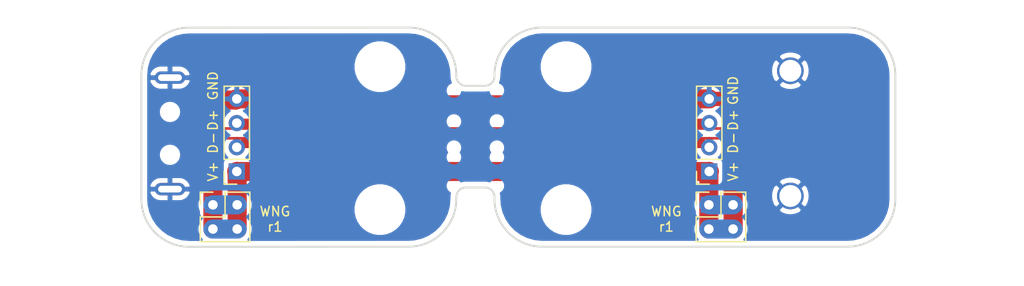
<source format=kicad_pcb>
(kicad_pcb (version 20171130) (host pcbnew 5.1.6-c6e7f7d~86~ubuntu16.04.1)

  (general
    (thickness 1.6)
    (drawings 46)
    (tracks 46)
    (zones 0)
    (modules 20)
    (nets 5)
  )

  (page A4)
  (layers
    (0 F.Cu signal)
    (31 B.Cu signal)
    (32 B.Adhes user)
    (33 F.Adhes user)
    (34 B.Paste user)
    (35 F.Paste user)
    (36 B.SilkS user)
    (37 F.SilkS user)
    (38 B.Mask user)
    (39 F.Mask user)
    (40 Dwgs.User user)
    (41 Cmts.User user)
    (42 Eco1.User user)
    (43 Eco2.User user)
    (44 Edge.Cuts user)
    (45 Margin user)
    (46 B.CrtYd user)
    (47 F.CrtYd user)
    (48 B.Fab user)
    (49 F.Fab user)
  )

  (setup
    (last_trace_width 0.25)
    (user_trace_width 1)
    (user_trace_width 1.5)
    (user_trace_width 2)
    (trace_clearance 0.2)
    (zone_clearance 0.508)
    (zone_45_only no)
    (trace_min 0.2)
    (via_size 0.8)
    (via_drill 0.4)
    (via_min_size 0.4)
    (via_min_drill 0.3)
    (uvia_size 0.3)
    (uvia_drill 0.1)
    (uvias_allowed no)
    (uvia_min_size 0.2)
    (uvia_min_drill 0.1)
    (edge_width 0.05)
    (segment_width 0.2)
    (pcb_text_width 0.3)
    (pcb_text_size 1.5 1.5)
    (mod_edge_width 0.153)
    (mod_text_size 1 1)
    (mod_text_width 0.153)
    (pad_size 4.3 4.3)
    (pad_drill 4.3)
    (pad_to_mask_clearance 0.051)
    (solder_mask_min_width 0.25)
    (aux_axis_origin 0 0)
    (grid_origin 115 106)
    (visible_elements FFFFFF7F)
    (pcbplotparams
      (layerselection 0x010fc_ffffffff)
      (usegerberextensions false)
      (usegerberattributes false)
      (usegerberadvancedattributes false)
      (creategerberjobfile false)
      (excludeedgelayer true)
      (linewidth 0.100000)
      (plotframeref false)
      (viasonmask false)
      (mode 1)
      (useauxorigin false)
      (hpglpennumber 1)
      (hpglpenspeed 20)
      (hpglpendiameter 15.000000)
      (psnegative false)
      (psa4output false)
      (plotreference true)
      (plotvalue true)
      (plotinvisibletext false)
      (padsonsilk false)
      (subtractmaskfromsilk false)
      (outputformat 1)
      (mirror false)
      (drillshape 1)
      (scaleselection 1)
      (outputdirectory ""))
  )

  (net 0 "")
  (net 1 /D+)
  (net 2 /D-)
  (net 3 /GND)
  (net 4 /VBUS)

  (net_class Default "This is the default net class."
    (clearance 0.2)
    (trace_width 0.25)
    (via_dia 0.8)
    (via_drill 0.4)
    (uvia_dia 0.3)
    (uvia_drill 0.1)
    (add_net /GND)
    (add_net /VBUS)
  )

  (net_class USB ""
    (clearance 0.2)
    (trace_width 0.25)
    (via_dia 0.8)
    (via_drill 0.4)
    (uvia_dia 0.3)
    (uvia_drill 0.1)
    (diff_pair_width 0.27)
    (diff_pair_gap 0.76)
    (add_net /D+)
    (add_net /D-)
  )

  (module usb_breakout:0.5MM_hole (layer F.Cu) (tedit 5EBB7C79) (tstamp 5EBBE7DE)
    (at 152.25 99.5)
    (fp_text reference REF** (at 0 0.5) (layer F.SilkS) hide
      (effects (font (size 1 1) (thickness 0.153)))
    )
    (fp_text value 0.5MM_hole (at 0 -0.5) (layer F.Fab) hide
      (effects (font (size 1 1) (thickness 0.15)))
    )
    (pad "" np_thru_hole circle (at 0 0) (size 0.5 0.5) (drill 0.5) (layers *.Cu *.Mask))
  )

  (module usb_breakout:0.5MM_hole (layer F.Cu) (tedit 5EBB7C79) (tstamp 5EBBE7DE)
    (at 152.25 96.5)
    (fp_text reference REF** (at 0 0.5) (layer F.SilkS) hide
      (effects (font (size 1 1) (thickness 0.153)))
    )
    (fp_text value 0.5MM_hole (at 0 -0.5) (layer F.Fab) hide
      (effects (font (size 1 1) (thickness 0.15)))
    )
    (pad "" np_thru_hole circle (at 0 0) (size 0.5 0.5) (drill 0.5) (layers *.Cu *.Mask))
  )

  (module usb_breakout:0.5MM_hole (layer F.Cu) (tedit 5EBB7C79) (tstamp 5EBBE7DE)
    (at 152.25 95.5)
    (fp_text reference REF** (at 0 0.5) (layer F.SilkS) hide
      (effects (font (size 1 1) (thickness 0.153)))
    )
    (fp_text value 0.5MM_hole (at 0 -0.5) (layer F.Fab) hide
      (effects (font (size 1 1) (thickness 0.15)))
    )
    (pad "" np_thru_hole circle (at 0 0) (size 0.5 0.5) (drill 0.5) (layers *.Cu *.Mask))
  )

  (module usb_breakout:0.5MM_hole (layer F.Cu) (tedit 5EBB7C79) (tstamp 5EBBE7DE)
    (at 152.25 92.75)
    (fp_text reference REF** (at 0 0.5) (layer F.SilkS) hide
      (effects (font (size 1 1) (thickness 0.153)))
    )
    (fp_text value 0.5MM_hole (at 0 -0.5) (layer F.Fab) hide
      (effects (font (size 1 1) (thickness 0.15)))
    )
    (pad "" np_thru_hole circle (at 0 0) (size 0.5 0.5) (drill 0.5) (layers *.Cu *.Mask))
  )

  (module usb_breakout:0.5MM_hole (layer F.Cu) (tedit 5EBB7C79) (tstamp 5EBBE7DE)
    (at 152.25 89.5)
    (fp_text reference REF** (at 0 0.5) (layer F.SilkS) hide
      (effects (font (size 1 1) (thickness 0.153)))
    )
    (fp_text value 0.5MM_hole (at 0 -0.5) (layer F.Fab) hide
      (effects (font (size 1 1) (thickness 0.15)))
    )
    (pad "" np_thru_hole circle (at 0 0) (size 0.5 0.5) (drill 0.5) (layers *.Cu *.Mask))
  )

  (module usb_breakout:0.5MM_hole (layer F.Cu) (tedit 5EBB7C79) (tstamp 5EBBE7DE)
    (at 147.75 89.5)
    (fp_text reference REF** (at 0 0.5) (layer F.SilkS) hide
      (effects (font (size 1 1) (thickness 0.153)))
    )
    (fp_text value 0.5MM_hole (at 0 -0.5) (layer F.Fab) hide
      (effects (font (size 1 1) (thickness 0.15)))
    )
    (pad "" np_thru_hole circle (at 0 0) (size 0.5 0.5) (drill 0.5) (layers *.Cu *.Mask))
  )

  (module usb_breakout:0.5MM_hole (layer F.Cu) (tedit 5EBB7C79) (tstamp 5EBBE7DE)
    (at 147.75 92.75)
    (fp_text reference REF** (at 0 0.5) (layer F.SilkS) hide
      (effects (font (size 1 1) (thickness 0.153)))
    )
    (fp_text value 0.5MM_hole (at 0 -0.5) (layer F.Fab) hide
      (effects (font (size 1 1) (thickness 0.15)))
    )
    (pad "" np_thru_hole circle (at 0 0) (size 0.5 0.5) (drill 0.5) (layers *.Cu *.Mask))
  )

  (module usb_breakout:0.5MM_hole (layer F.Cu) (tedit 5EBB7C79) (tstamp 5EBBE7DE)
    (at 147.75 95.5)
    (fp_text reference REF** (at 0 0.5) (layer F.SilkS) hide
      (effects (font (size 1 1) (thickness 0.153)))
    )
    (fp_text value 0.5MM_hole (at 0 -0.5) (layer F.Fab) hide
      (effects (font (size 1 1) (thickness 0.15)))
    )
    (pad "" np_thru_hole circle (at 0 0) (size 0.5 0.5) (drill 0.5) (layers *.Cu *.Mask))
  )

  (module usb_breakout:0.5MM_hole (layer F.Cu) (tedit 5EBB7C79) (tstamp 5EBBE7DE)
    (at 147.75 96.5)
    (fp_text reference REF** (at 0 0.5) (layer F.SilkS) hide
      (effects (font (size 1 1) (thickness 0.153)))
    )
    (fp_text value 0.5MM_hole (at 0 -0.5) (layer F.Fab) hide
      (effects (font (size 1 1) (thickness 0.15)))
    )
    (pad "" np_thru_hole circle (at 0 0) (size 0.5 0.5) (drill 0.5) (layers *.Cu *.Mask))
  )

  (module usb_breakout:0.5MM_hole (layer F.Cu) (tedit 5EBB7C79) (tstamp 5EBBE7D6)
    (at 147.75 99.5)
    (fp_text reference REF** (at 0 0.5) (layer F.SilkS) hide
      (effects (font (size 1 1) (thickness 0.153)))
    )
    (fp_text value 0.5MM_hole (at 0 -0.5) (layer F.Fab) hide
      (effects (font (size 1 1) (thickness 0.15)))
    )
    (pad "" np_thru_hole circle (at 0 0) (size 0.5 0.5) (drill 0.5) (layers *.Cu *.Mask))
  )

  (module MountingHole:MountingHole_4.3mm_M4 (layer F.Cu) (tedit 56D1B4CB) (tstamp 5EB90964)
    (at 140 102)
    (descr "Mounting Hole 4.3mm, no annular, M4")
    (tags "mounting hole 4.3mm no annular m4")
    (path /5EC0F9CA)
    (attr virtual)
    (fp_text reference H2 (at 0 -5.3) (layer F.SilkS) hide
      (effects (font (size 1 1) (thickness 0.153)))
    )
    (fp_text value MountingHole (at 0 5.3) (layer F.Fab)
      (effects (font (size 1 1) (thickness 0.15)))
    )
    (fp_circle (center 0 0) (end 4.55 0) (layer F.CrtYd) (width 0.05))
    (fp_circle (center 0 0) (end 4.3 0) (layer Cmts.User) (width 0.15))
    (fp_text user %R (at 0.3 0) (layer F.Fab)
      (effects (font (size 1 1) (thickness 0.15)))
    )
    (pad 1 np_thru_hole circle (at 0 0) (size 4.3 4.3) (drill 4.3) (layers *.Cu *.Mask))
  )

  (module Connector_PinHeader_2.54mm:PinHeader_2x02_P2.54mm_Vertical (layer F.Cu) (tedit 59FED5CC) (tstamp 5EBBDDEF)
    (at 174.46 101.5)
    (descr "Through hole straight pin header, 2x02, 2.54mm pitch, double rows")
    (tags "Through hole pin header THT 2x02 2.54mm double row")
    (path /5EC15224)
    (fp_text reference J5 (at 1.27 -2.33) (layer F.SilkS) hide
      (effects (font (size 1 1) (thickness 0.153)))
    )
    (fp_text value Conn_02x02_Odd_Even (at 1.27 4.87) (layer F.Fab)
      (effects (font (size 1 1) (thickness 0.15)))
    )
    (fp_line (start 4.35 -1.8) (end -1.8 -1.8) (layer F.CrtYd) (width 0.05))
    (fp_line (start 4.35 4.35) (end 4.35 -1.8) (layer F.CrtYd) (width 0.05))
    (fp_line (start -1.8 4.35) (end 4.35 4.35) (layer F.CrtYd) (width 0.05))
    (fp_line (start -1.8 -1.8) (end -1.8 4.35) (layer F.CrtYd) (width 0.05))
    (fp_line (start -1.33 -1.33) (end 0 -1.33) (layer F.SilkS) (width 0.153))
    (fp_line (start -1.33 0) (end -1.33 -1.33) (layer F.SilkS) (width 0.153))
    (fp_line (start 1.27 -1.33) (end 3.87 -1.33) (layer F.SilkS) (width 0.153))
    (fp_line (start 1.27 1.27) (end 1.27 -1.33) (layer F.SilkS) (width 0.153))
    (fp_line (start -1.33 1.27) (end 1.27 1.27) (layer F.SilkS) (width 0.153))
    (fp_line (start 3.87 -1.33) (end 3.87 3.87) (layer F.SilkS) (width 0.153))
    (fp_line (start -1.33 1.27) (end -1.33 3.87) (layer F.SilkS) (width 0.153))
    (fp_line (start -1.33 3.87) (end 3.87 3.87) (layer F.SilkS) (width 0.153))
    (fp_line (start -1.27 0) (end 0 -1.27) (layer F.Fab) (width 0.1))
    (fp_line (start -1.27 3.81) (end -1.27 0) (layer F.Fab) (width 0.1))
    (fp_line (start 3.81 3.81) (end -1.27 3.81) (layer F.Fab) (width 0.1))
    (fp_line (start 3.81 -1.27) (end 3.81 3.81) (layer F.Fab) (width 0.1))
    (fp_line (start 0 -1.27) (end 3.81 -1.27) (layer F.Fab) (width 0.1))
    (fp_text user %R (at 1.27 1.27 90) (layer F.Fab)
      (effects (font (size 1 1) (thickness 0.15)))
    )
    (pad 4 thru_hole oval (at 2.54 2.54) (size 1.7 1.7) (drill 1) (layers *.Cu *.Mask)
      (net 4 /VBUS))
    (pad 3 thru_hole oval (at 0 2.54) (size 1.7 1.7) (drill 1) (layers *.Cu *.Mask)
      (net 4 /VBUS))
    (pad 2 thru_hole oval (at 2.54 0) (size 1.7 1.7) (drill 1) (layers *.Cu *.Mask)
      (net 4 /VBUS))
    (pad 1 thru_hole rect (at 0 0) (size 1.7 1.7) (drill 1) (layers *.Cu *.Mask)
      (net 4 /VBUS))
    (model ${KISYS3DMOD}/Connector_PinHeader_2.54mm.3dshapes/PinHeader_2x02_P2.54mm_Vertical.wrl
      (at (xyz 0 0 0))
      (scale (xyz 1 1 1))
      (rotate (xyz 0 0 0))
    )
  )

  (module MountingHole:MountingHole_4.3mm_M4 (layer F.Cu) (tedit 56D1B4CB) (tstamp 5EBBDED9)
    (at 159.5 102)
    (descr "Mounting Hole 4.3mm, no annular, M4")
    (tags "mounting hole 4.3mm no annular m4")
    (path /5EC0FD77)
    (attr virtual)
    (fp_text reference H4 (at 0 -5.3) (layer F.SilkS) hide
      (effects (font (size 1 1) (thickness 0.153)))
    )
    (fp_text value MountingHole (at 0 5.3) (layer F.Fab)
      (effects (font (size 1 1) (thickness 0.15)))
    )
    (fp_circle (center 0 0) (end 4.55 0) (layer F.CrtYd) (width 0.05))
    (fp_circle (center 0 0) (end 4.3 0) (layer Cmts.User) (width 0.15))
    (fp_text user %R (at 0.3 0) (layer F.Fab)
      (effects (font (size 1 1) (thickness 0.15)))
    )
    (pad 1 np_thru_hole circle (at 0 0) (size 4.3 4.3) (drill 4.3) (layers *.Cu *.Mask))
  )

  (module MountingHole:MountingHole_4.3mm_M4 (layer F.Cu) (tedit 56D1B4CB) (tstamp 5EBBDEEE)
    (at 159.5 87)
    (descr "Mounting Hole 4.3mm, no annular, M4")
    (tags "mounting hole 4.3mm no annular m4")
    (path /5EC0FBB5)
    (attr virtual)
    (fp_text reference H3 (at 0 -5.3) (layer F.SilkS) hide
      (effects (font (size 1 1) (thickness 0.153)))
    )
    (fp_text value MountingHole (at 0 5.3) (layer F.Fab)
      (effects (font (size 1 1) (thickness 0.15)))
    )
    (fp_circle (center 0 0) (end 4.55 0) (layer F.CrtYd) (width 0.05))
    (fp_circle (center 0 0) (end 4.3 0) (layer Cmts.User) (width 0.15))
    (fp_text user %R (at 0.3 0) (layer F.Fab)
      (effects (font (size 1 1) (thickness 0.15)))
    )
    (pad 1 np_thru_hole circle (at 0 0) (size 4.3 4.3) (drill 4.3) (layers *.Cu *.Mask))
  )

  (module MountingHole:MountingHole_4.3mm_M4 (layer F.Cu) (tedit 56D1B4CB) (tstamp 5EBB75FE)
    (at 140 87)
    (descr "Mounting Hole 4.3mm, no annular, M4")
    (tags "mounting hole 4.3mm no annular m4")
    (path /5EC0EFF2)
    (attr virtual)
    (fp_text reference H1 (at 0 -5.3) (layer F.SilkS) hide
      (effects (font (size 1 1) (thickness 0.153)))
    )
    (fp_text value MountingHole (at 0 5.3) (layer F.Fab)
      (effects (font (size 1 1) (thickness 0.15)))
    )
    (fp_circle (center 0 0) (end 4.55 0) (layer F.CrtYd) (width 0.05))
    (fp_circle (center 0 0) (end 4.3 0) (layer Cmts.User) (width 0.15))
    (fp_text user %R (at 0.3 0) (layer F.Fab)
      (effects (font (size 1 1) (thickness 0.15)))
    )
    (pad 1 np_thru_hole circle (at 0 0) (size 4.3 4.3) (drill 4.3) (layers *.Cu *.Mask))
  )

  (module Connector_PinHeader_2.54mm:PinHeader_2x02_P2.54mm_Vertical (layer F.Cu) (tedit 59FED5CC) (tstamp 5EB8F692)
    (at 122.5 101.5)
    (descr "Through hole straight pin header, 2x02, 2.54mm pitch, double rows")
    (tags "Through hole pin header THT 2x02 2.54mm double row")
    (path /5EC03DE4)
    (fp_text reference J2 (at -3.55 0.35) (layer F.SilkS) hide
      (effects (font (size 1 1) (thickness 0.153)))
    )
    (fp_text value Conn_02x02_Odd_Even (at 1.27 4.87) (layer F.Fab)
      (effects (font (size 1 1) (thickness 0.15)))
    )
    (fp_line (start 4.35 -1.8) (end -1.8 -1.8) (layer F.CrtYd) (width 0.05))
    (fp_line (start 4.35 4.35) (end 4.35 -1.8) (layer F.CrtYd) (width 0.05))
    (fp_line (start -1.8 4.35) (end 4.35 4.35) (layer F.CrtYd) (width 0.05))
    (fp_line (start -1.8 -1.8) (end -1.8 4.35) (layer F.CrtYd) (width 0.05))
    (fp_line (start -1.33 -1.33) (end 0 -1.33) (layer F.SilkS) (width 0.153))
    (fp_line (start -1.33 0) (end -1.33 -1.33) (layer F.SilkS) (width 0.153))
    (fp_line (start 1.27 -1.33) (end 3.87 -1.33) (layer F.SilkS) (width 0.153))
    (fp_line (start 1.27 1.27) (end 1.27 -1.33) (layer F.SilkS) (width 0.153))
    (fp_line (start -1.33 1.27) (end 1.27 1.27) (layer F.SilkS) (width 0.153))
    (fp_line (start 3.87 -1.33) (end 3.87 3.87) (layer F.SilkS) (width 0.153))
    (fp_line (start -1.33 1.27) (end -1.33 3.87) (layer F.SilkS) (width 0.153))
    (fp_line (start -1.33 3.87) (end 3.87 3.87) (layer F.SilkS) (width 0.153))
    (fp_line (start -1.27 0) (end 0 -1.27) (layer F.Fab) (width 0.1))
    (fp_line (start -1.27 3.81) (end -1.27 0) (layer F.Fab) (width 0.1))
    (fp_line (start 3.81 3.81) (end -1.27 3.81) (layer F.Fab) (width 0.1))
    (fp_line (start 3.81 -1.27) (end 3.81 3.81) (layer F.Fab) (width 0.1))
    (fp_line (start 0 -1.27) (end 3.81 -1.27) (layer F.Fab) (width 0.1))
    (fp_text user %R (at 1.27 1.27 90) (layer F.Fab)
      (effects (font (size 1 1) (thickness 0.15)))
    )
    (pad 4 thru_hole oval (at 2.54 2.54) (size 1.7 1.7) (drill 1) (layers *.Cu *.Mask)
      (net 4 /VBUS))
    (pad 3 thru_hole oval (at 0 2.54) (size 1.7 1.7) (drill 1) (layers *.Cu *.Mask)
      (net 4 /VBUS))
    (pad 2 thru_hole oval (at 2.54 0) (size 1.7 1.7) (drill 1) (layers *.Cu *.Mask)
      (net 4 /VBUS))
    (pad 1 thru_hole rect (at 0 0) (size 1.7 1.7) (drill 1) (layers *.Cu *.Mask)
      (net 4 /VBUS))
    (model ${KISYS3DMOD}/Connector_PinHeader_2.54mm.3dshapes/PinHeader_2x02_P2.54mm_Vertical.wrl
      (at (xyz 0 0 0))
      (scale (xyz 1 1 1))
      (rotate (xyz 0 0 0))
    )
  )

  (module wng-connectors:Amphenol_87583-2010RLF_USB-A-Female (layer F.Cu) (tedit 5EB8EC3F) (tstamp 5EBBDE61)
    (at 183 94 90)
    (path /5EB3FF74)
    (fp_text reference J8 (at 9.5 -6.5 90) (layer F.SilkS) hide
      (effects (font (size 1 1) (thickness 0.153)))
    )
    (fp_text value USB_A (at 0.9 6.3 90) (layer F.Fab)
      (effects (font (size 1 1) (thickness 0.15)))
    )
    (fp_line (start -7.25 10.28) (end -7.25 -5) (layer F.CrtYd) (width 0.12))
    (fp_line (start 7.25 10.28) (end -7.25 10.28) (layer F.CrtYd) (width 0.12))
    (fp_line (start 7.25 -5) (end 7.25 10.28) (layer F.CrtYd) (width 0.12))
    (fp_line (start -7.25 -5) (end 7.25 -5) (layer F.CrtYd) (width 0.12))
    (pad 5 thru_hole circle (at 6.57 0 90) (size 2.8 2.8) (drill 2.3) (layers *.Cu *.Mask)
      (net 3 /GND))
    (pad 5 thru_hole circle (at -6.57 0 90) (size 2.8 2.8) (drill 2.3) (layers *.Cu *.Mask)
      (net 3 /GND))
    (pad 4 connect rect (at 3.5 -3.58 90) (size 1.12 2.88) (layers F.Cu F.Mask)
      (net 3 /GND))
    (pad 3 connect rect (at 1 -3.58 90) (size 1.12 2.88) (layers F.Cu F.Mask)
      (net 1 /D+))
    (pad 2 connect rect (at -1 -3.58 90) (size 1.12 2.88) (layers F.Cu F.Mask)
      (net 2 /D-))
    (pad 1 connect rect (at -3.5 -3.58 90) (size 1.12 2.88) (layers F.Cu F.Mask)
      (net 4 /VBUS))
    (model ${KICAD_USER_LIB}/3D-models/connectors/Amphenol_87583-2010RLF_USB-A-Female/87583-2010RLFC.wrl
      (at (xyz 0 0 0))
      (scale (xyz 1 1 1))
      (rotate (xyz 0 0 0))
    )
  )

  (module Connector_PinSocket_2.54mm:PinSocket_1x04_P2.54mm_Vertical (layer F.Cu) (tedit 5A19A429) (tstamp 5EBBDEA4)
    (at 174.5 98 180)
    (descr "Through hole straight socket strip, 1x04, 2.54mm pitch, single row (from Kicad 4.0.7), script generated")
    (tags "Through hole socket strip THT 1x04 2.54mm single row")
    (path /5EBF7420)
    (fp_text reference J4 (at 0 -2.77) (layer F.SilkS) hide
      (effects (font (size 1 1) (thickness 0.153)))
    )
    (fp_text value Conn_01x04 (at 0 10.39) (layer F.Fab)
      (effects (font (size 1 1) (thickness 0.15)))
    )
    (fp_line (start -1.8 9.4) (end -1.8 -1.8) (layer F.CrtYd) (width 0.05))
    (fp_line (start 1.75 9.4) (end -1.8 9.4) (layer F.CrtYd) (width 0.05))
    (fp_line (start 1.75 -1.8) (end 1.75 9.4) (layer F.CrtYd) (width 0.05))
    (fp_line (start -1.8 -1.8) (end 1.75 -1.8) (layer F.CrtYd) (width 0.05))
    (fp_line (start 0 -1.33) (end 1.33 -1.33) (layer F.SilkS) (width 0.153))
    (fp_line (start 1.33 -1.33) (end 1.33 0) (layer F.SilkS) (width 0.153))
    (fp_line (start 1.33 1.27) (end 1.33 8.95) (layer F.SilkS) (width 0.153))
    (fp_line (start -1.33 8.95) (end 1.33 8.95) (layer F.SilkS) (width 0.153))
    (fp_line (start -1.33 1.27) (end -1.33 8.95) (layer F.SilkS) (width 0.153))
    (fp_line (start -1.33 1.27) (end 1.33 1.27) (layer F.SilkS) (width 0.153))
    (fp_line (start -1.27 8.89) (end -1.27 -1.27) (layer F.Fab) (width 0.1))
    (fp_line (start 1.27 8.89) (end -1.27 8.89) (layer F.Fab) (width 0.1))
    (fp_line (start 1.27 -0.635) (end 1.27 8.89) (layer F.Fab) (width 0.1))
    (fp_line (start 0.635 -1.27) (end 1.27 -0.635) (layer F.Fab) (width 0.1))
    (fp_line (start -1.27 -1.27) (end 0.635 -1.27) (layer F.Fab) (width 0.1))
    (fp_text user %R (at 0 3.81 90) (layer F.Fab)
      (effects (font (size 1 1) (thickness 0.15)))
    )
    (pad 4 thru_hole oval (at 0 7.62 180) (size 1.7 1.7) (drill 1) (layers *.Cu *.Mask)
      (net 3 /GND))
    (pad 3 thru_hole oval (at 0 5.08 180) (size 1.7 1.7) (drill 1) (layers *.Cu *.Mask)
      (net 1 /D+))
    (pad 2 thru_hole oval (at 0 2.54 180) (size 1.7 1.7) (drill 1) (layers *.Cu *.Mask)
      (net 2 /D-))
    (pad 1 thru_hole rect (at 0 0 180) (size 1.7 1.7) (drill 1) (layers *.Cu *.Mask)
      (net 4 /VBUS))
    (model ${KISYS3DMOD}/Connector_PinSocket_2.54mm.3dshapes/PinSocket_1x04_P2.54mm_Vertical.wrl
      (at (xyz 0 0 0))
      (scale (xyz 1 1 1))
      (rotate (xyz 0 0 0))
    )
  )

  (module Connector_PinSocket_2.54mm:PinSocket_1x04_P2.54mm_Vertical (layer F.Cu) (tedit 5A19A429) (tstamp 5EBBE702)
    (at 125 98 180)
    (descr "Through hole straight socket strip, 1x04, 2.54mm pitch, single row (from Kicad 4.0.7), script generated")
    (tags "Through hole socket strip THT 1x04 2.54mm single row")
    (path /5EBF3979)
    (fp_text reference J3 (at -0.85 -3.77) (layer F.SilkS) hide
      (effects (font (size 1 1) (thickness 0.153)))
    )
    (fp_text value Conn_01x04 (at 0 10.39) (layer F.Fab)
      (effects (font (size 1 1) (thickness 0.15)))
    )
    (fp_line (start -1.8 9.4) (end -1.8 -1.8) (layer F.CrtYd) (width 0.05))
    (fp_line (start 1.75 9.4) (end -1.8 9.4) (layer F.CrtYd) (width 0.05))
    (fp_line (start 1.75 -1.8) (end 1.75 9.4) (layer F.CrtYd) (width 0.05))
    (fp_line (start -1.8 -1.8) (end 1.75 -1.8) (layer F.CrtYd) (width 0.05))
    (fp_line (start 0 -1.33) (end 1.33 -1.33) (layer F.SilkS) (width 0.153))
    (fp_line (start 1.33 -1.33) (end 1.33 0) (layer F.SilkS) (width 0.153))
    (fp_line (start 1.33 1.27) (end 1.33 8.95) (layer F.SilkS) (width 0.153))
    (fp_line (start -1.33 8.95) (end 1.33 8.95) (layer F.SilkS) (width 0.153))
    (fp_line (start -1.33 1.27) (end -1.33 8.95) (layer F.SilkS) (width 0.153))
    (fp_line (start -1.33 1.27) (end 1.33 1.27) (layer F.SilkS) (width 0.153))
    (fp_line (start -1.27 8.89) (end -1.27 -1.27) (layer F.Fab) (width 0.1))
    (fp_line (start 1.27 8.89) (end -1.27 8.89) (layer F.Fab) (width 0.1))
    (fp_line (start 1.27 -0.635) (end 1.27 8.89) (layer F.Fab) (width 0.1))
    (fp_line (start 0.635 -1.27) (end 1.27 -0.635) (layer F.Fab) (width 0.1))
    (fp_line (start -1.27 -1.27) (end 0.635 -1.27) (layer F.Fab) (width 0.1))
    (fp_text user %R (at 0 3.81 90) (layer F.Fab)
      (effects (font (size 1 1) (thickness 0.15)))
    )
    (pad 4 thru_hole oval (at 0 7.62 180) (size 1.7 1.7) (drill 1) (layers *.Cu *.Mask)
      (net 3 /GND))
    (pad 3 thru_hole oval (at 0 5.08 180) (size 1.7 1.7) (drill 1) (layers *.Cu *.Mask)
      (net 1 /D+))
    (pad 2 thru_hole oval (at 0 2.54 180) (size 1.7 1.7) (drill 1) (layers *.Cu *.Mask)
      (net 2 /D-))
    (pad 1 thru_hole rect (at 0 0 180) (size 1.7 1.7) (drill 1) (layers *.Cu *.Mask)
      (net 4 /VBUS))
    (model ${KISYS3DMOD}/Connector_PinSocket_2.54mm.3dshapes/PinSocket_1x04_P2.54mm_Vertical.wrl
      (at (xyz 0 0 0))
      (scale (xyz 1 1 1))
      (rotate (xyz 0 0 0))
    )
  )

  (module wng-connectors:Molex_48037-2200_USB-A (layer F.Cu) (tedit 5EB63E4B) (tstamp 5EB3EF7B)
    (at 118 94 270)
    (path /5EB3F67E)
    (fp_text reference J1 (at -7.65 -2.3 90) (layer F.SilkS) hide
      (effects (font (size 1 1) (thickness 0.153)))
    )
    (fp_text value USB_A (at 10.1 -5.1 90) (layer F.Fab)
      (effects (font (size 1 1) (thickness 0.15)))
    )
    (fp_line (start -0.6 3.5) (end -0.9 3) (layer Cmts.User) (width 0.12))
    (fp_line (start -1.2 3.5) (end -0.6 3.5) (layer Cmts.User) (width 0.12))
    (fp_line (start -0.9 3) (end -1.2 3.5) (layer Cmts.User) (width 0.12))
    (fp_line (start -0.9 4.6) (end -0.9 3) (layer Cmts.User) (width 0.12))
    (fp_line (start 6 -1) (end -6 -1) (layer Dwgs.User) (width 0.12))
    (fp_line (start 6 17.75) (end 6 -1) (layer Dwgs.User) (width 0.12))
    (fp_line (start -6 17.75) (end 6 17.75) (layer Dwgs.User) (width 0.12))
    (fp_line (start -6 -1) (end -6 17.75) (layer Dwgs.User) (width 0.12))
    (fp_line (start -6.5 2.75) (end -6.5 -3.8) (layer F.CrtYd) (width 0.12))
    (fp_line (start 6.5 2.75) (end -6.5 2.75) (layer F.CrtYd) (width 0.12))
    (fp_line (start 6.5 -3.8) (end 6.5 2.75) (layer F.CrtYd) (width 0.12))
    (fp_line (start -6.5 -3.8) (end 6.5 -3.8) (layer F.CrtYd) (width 0.12))
    (fp_line (start -5 2.75) (end 5 2.75) (layer Dwgs.User) (width 0.12))
    (fp_text user "Board Edge" (at -0.3 5.4 90) (layer Cmts.User)
      (effects (font (size 1 1) (thickness 0.15)))
    )
    (pad 5 thru_hole oval (at -5.85 0 270) (size 1.3 3.2) (drill oval 0.7 2.5) (layers *.Cu *.Mask)
      (net 3 /GND))
    (pad 5 thru_hole oval (at 5.85 0 270) (size 1.3 3.2) (drill oval 0.7 2.5) (layers *.Cu *.Mask)
      (net 3 /GND))
    (pad "" np_thru_hole circle (at -2.25 0 270) (size 1.1 1.1) (drill 1.1) (layers *.Mask F.Cu))
    (pad "" np_thru_hole circle (at 2.25 0 270) (size 1.1 1.1) (drill 1.1) (layers *.Cu *.Mask))
    (pad 4 connect rect (at -3.5 -2.6 270) (size 1.2 2) (layers F.Cu F.Mask)
      (net 3 /GND))
    (pad 3 connect rect (at -1 -2.6 270) (size 1.2 2) (layers F.Cu F.Mask)
      (net 1 /D+))
    (pad 2 connect rect (at 1 -2.6 270) (size 1.2 2) (layers F.Cu F.Mask)
      (net 2 /D-))
    (pad 1 connect rect (at 3.5 -2.6 270) (size 1.2 2) (layers F.Cu F.Mask)
      (net 4 /VBUS))
    (model ${KICAD_USER_LIB}/3D-models/connectors/Molex_48037-2200_USB-A/Molex_48037-2200_USB-A.wrl
      (at (xyz 0 0 0))
      (scale (xyz 1 1 1))
      (rotate (xyz 0 0 0))
    )
  )

  (gr_text "WNG\nr1" (at 170 103) (layer F.SilkS) (tstamp 5EBF6DAE)
    (effects (font (size 1 1) (thickness 0.153)))
  )
  (gr_text "WNG\nr1" (at 129 103) (layer F.SilkS)
    (effects (font (size 1 1) (thickness 0.153)))
  )
  (gr_poly (pts (xy 127.5 93.5) (xy 125.5 93.5) (xy 125.5 92.5) (xy 127.5 92.5)) (layer F.Cu) (width 0.1) (tstamp 5EBCCA6D))
  (gr_poly (pts (xy 127.5 95.5) (xy 125.5 95.5) (xy 125.5 94.5) (xy 127.5 94.5)) (layer F.Cu) (width 0.1) (tstamp 5EBCCA6D))
  (gr_poly (pts (xy 127.5 95.5) (xy 125.5 95.5) (xy 125.5 94.5) (xy 127.5 94.5)) (layer F.Mask) (width 0.1) (tstamp 5EBCCA60))
  (gr_poly (pts (xy 127.5 93.5) (xy 125.5 93.5) (xy 125.5 92.5) (xy 127.5 92.5)) (layer F.Mask) (width 0.1) (tstamp 5EBCCA60))
  (gr_poly (pts (xy 174 93.5) (xy 172 93.5) (xy 172 92.5) (xy 174 92.5)) (layer F.Mask) (width 0.1) (tstamp 5EBCCA47))
  (gr_poly (pts (xy 174 95.5) (xy 172 95.5) (xy 172 94.5) (xy 174 94.5)) (layer F.Mask) (width 0.1) (tstamp 5EBCCA47))
  (gr_poly (pts (xy 174 95.5) (xy 172 95.5) (xy 172 94.5) (xy 174 94.5)) (layer F.Cu) (width 0.1) (tstamp 5EBCCA37))
  (gr_poly (pts (xy 174 93.5) (xy 172 93.5) (xy 172 92.5) (xy 174 92.5)) (layer F.Cu) (width 0.1))
  (gr_arc (start 149 88) (end 148 88) (angle -90) (layer Edge.Cuts) (width 0.2))
  (gr_arc (start 151.000001 88) (end 151.000001 89) (angle -90) (layer Edge.Cuts) (width 0.2))
  (gr_line (start 152.000001 100.890492) (end 152.000001 100.663497) (layer Edge.Cuts) (width 0.2))
  (gr_arc (start 143.000001 87.890491) (end 148 87.890491) (angle -90) (layer Edge.Cuts) (width 0.2))
  (gr_line (start 157.000001 82.890492) (end 189.000001 82.890492) (layer Edge.Cuts) (width 0.2))
  (gr_arc (start 157.000001 87.890492) (end 157.000001 82.890492) (angle -90) (layer Edge.Cuts) (width 0.2))
  (gr_line (start 148.984513 99.678034) (end 151.000106 99.678034) (layer Edge.Cuts) (width 0.2))
  (gr_arc (start 149.000001 100.677914) (end 148.984513 99.678034) (angle -89.11258322) (layer Edge.Cuts) (width 0.2))
  (gr_arc (start 120 100.9) (end 115 100.9) (angle -90) (layer Edge.Cuts) (width 0.2))
  (gr_arc (start 151.000106 100.678034) (end 152.000001 100.663497) (angle -89.16709704) (layer Edge.Cuts) (width 0.2))
  (gr_line (start 120 105.9) (end 143.000001 105.890491) (layer Edge.Cuts) (width 0.2))
  (gr_line (start 115 87.9) (end 115 100.9) (layer Edge.Cuts) (width 0.2))
  (gr_line (start 189.000001 105.890491) (end 157.000001 105.890491) (layer Edge.Cuts) (width 0.2))
  (gr_line (start 194.000001 87.890492) (end 194.000001 100.890491) (layer Edge.Cuts) (width 0.2) (tstamp 5EBBDE3A))
  (gr_arc (start 189.000001 100.890491) (end 189.000001 105.890491) (angle -90) (layer Edge.Cuts) (width 0.2) (tstamp 5EBBDE3D))
  (gr_line (start 143.000001 82.890491) (end 120 82.9) (layer Edge.Cuts) (width 0.2))
  (gr_arc (start 143.000001 100.890491) (end 143.000001 105.890491) (angle -90) (layer Edge.Cuts) (width 0.2))
  (gr_arc (start 120 87.9) (end 120 82.9) (angle -90) (layer Edge.Cuts) (width 0.2))
  (gr_line (start 152.000001 88) (end 152.000001 87.890491) (layer Edge.Cuts) (width 0.2))
  (gr_line (start 148.000001 100.890491) (end 148.000001 100.677914) (layer Edge.Cuts) (width 0.2))
  (gr_arc (start 189.000001 87.890492) (end 194.000001 87.890492) (angle -90) (layer Edge.Cuts) (width 0.2) (tstamp 5EBBDE4C))
  (gr_arc (start 157.000001 100.890492) (end 152.000001 100.890492) (angle -90) (layer Edge.Cuts) (width 0.2))
  (gr_line (start 148 88) (end 148 87.890491) (layer Edge.Cuts) (width 0.2))
  (gr_line (start 149 89) (end 151.000001 89) (layer Edge.Cuts) (width 0.2))
  (gr_text D- (at 122.5 95 90) (layer F.SilkS) (tstamp 5EB8FEA8)
    (effects (font (size 1 1) (thickness 0.153)))
  )
  (gr_poly (pts (xy 173.6 98.7) (xy 171 98.7) (xy 171 97.3) (xy 173.6 97.3)) (layer F.Mask) (width 0.1) (tstamp 5EBBDE8B))
  (gr_poly (pts (xy 174 91.1) (xy 171.4 91.1) (xy 171.4 89.7) (xy 174 89.7)) (layer F.Mask) (width 0.1) (tstamp 5EBBDE88))
  (gr_poly (pts (xy 128 98.7) (xy 125.4 98.7) (xy 125.4 97.3) (xy 128 97.3)) (layer F.Mask) (width 0.1) (tstamp 5EB9082D))
  (gr_poly (pts (xy 128 91.1) (xy 125.4 91.1) (xy 125.4 89.7) (xy 128 89.7)) (layer F.Mask) (width 0.1))
  (gr_text GND (at 177 89.5 90) (layer F.SilkS) (tstamp 5EBBDE85)
    (effects (font (size 1 1) (thickness 0.153)))
  )
  (gr_text V+ (at 177 98 90) (layer F.SilkS) (tstamp 5EBBDE82)
    (effects (font (size 1 1) (thickness 0.153)))
  )
  (gr_text D- (at 177 95 90) (layer F.SilkS) (tstamp 5EBBDE7F)
    (effects (font (size 1 1) (thickness 0.153)))
  )
  (gr_text D+ (at 177 92.6 90) (layer F.SilkS) (tstamp 5EBBDE7C)
    (effects (font (size 1 1) (thickness 0.153)))
  )
  (gr_text V+ (at 122.5 98 90) (layer F.SilkS) (tstamp 5EB8FEA5)
    (effects (font (size 1 1) (thickness 0.153)))
  )
  (gr_text GND (at 122.5 89 90) (layer F.SilkS) (tstamp 5EB8FEA2)
    (effects (font (size 1 1) (thickness 0.153)))
  )
  (gr_text D+ (at 122.5 92.6 90) (layer F.SilkS) (tstamp 5EB8FEAB)
    (effects (font (size 1 1) (thickness 0.153)))
  )

  (segment (start 177.259999 93) (end 179.42 93) (width 0.27) (layer F.Cu) (net 1))
  (segment (start 122.100001 93) (end 122.585001 93.485) (width 0.27) (layer F.Cu) (net 1))
  (segment (start 120.6 93) (end 122.100001 93) (width 0.27) (layer F.Cu) (net 1))
  (segment (start 176.774999 93.485) (end 177.259999 93) (width 0.27) (layer F.Cu) (net 1))
  (segment (start 125 92.92) (end 125 93.47) (width 0.25) (layer F.Cu) (net 1))
  (segment (start 125 93.47) (end 124.985 93.485) (width 0.25) (layer F.Cu) (net 1))
  (segment (start 122.585001 93.485) (end 124.985 93.485) (width 0.27) (layer F.Cu) (net 1))
  (segment (start 174.5 93.47) (end 174.515 93.485) (width 0.25) (layer F.Cu) (net 1))
  (segment (start 174.5 92.92) (end 174.5 93.47) (width 0.25) (layer F.Cu) (net 1))
  (segment (start 174.515 93.485) (end 176.774999 93.485) (width 0.27) (layer F.Cu) (net 1))
  (segment (start 124.985 93.485) (end 174.515 93.485) (width 0.27) (layer F.Cu) (net 1))
  (segment (start 176.774999 94.515) (end 177.259999 95) (width 0.27) (layer F.Cu) (net 2))
  (segment (start 177.259999 95) (end 179.42 95) (width 0.27) (layer F.Cu) (net 2))
  (segment (start 122.100001 95) (end 122.585001 94.515) (width 0.27) (layer F.Cu) (net 2))
  (segment (start 120.6 95) (end 122.100001 95) (width 0.27) (layer F.Cu) (net 2))
  (segment (start 125 94.53) (end 125.015 94.515) (width 0.25) (layer F.Cu) (net 2))
  (segment (start 125 95.46) (end 125 94.53) (width 0.25) (layer F.Cu) (net 2))
  (segment (start 122.585001 94.515) (end 125.015 94.515) (width 0.27) (layer F.Cu) (net 2))
  (segment (start 174.5 94.53) (end 174.515 94.515) (width 0.25) (layer F.Cu) (net 2))
  (segment (start 174.5 95.46) (end 174.5 94.53) (width 0.25) (layer F.Cu) (net 2))
  (segment (start 174.515 94.515) (end 176.774999 94.515) (width 0.27) (layer F.Cu) (net 2))
  (segment (start 125.015 94.515) (end 174.515 94.515) (width 0.27) (layer F.Cu) (net 2))
  (segment (start 124.88 90.5) (end 125 90.38) (width 2) (layer F.Cu) (net 3))
  (segment (start 120.6 90.5) (end 124.88 90.5) (width 2) (layer F.Cu) (net 3))
  (segment (start 179.3 90.38) (end 179.42 90.5) (width 1.5) (layer F.Cu) (net 3))
  (segment (start 174.5 90.38) (end 179.3 90.38) (width 1.5) (layer F.Cu) (net 3))
  (segment (start 125 90.38) (end 135.12 90.38) (width 2) (layer F.Cu) (net 3))
  (segment (start 135.12 90.38) (end 135.74 91) (width 2) (layer F.Cu) (net 3))
  (segment (start 164.62 90.38) (end 174.5 90.38) (width 2) (layer F.Cu) (net 3))
  (segment (start 135.74 91) (end 164 91) (width 2) (layer F.Cu) (net 3))
  (segment (start 164 91) (end 164.62 90.38) (width 2) (layer F.Cu) (net 3))
  (segment (start 125 98) (end 174.5 98) (width 2) (layer F.Cu) (net 4))
  (segment (start 177 104.04) (end 174.46 104.04) (width 2) (layer B.Cu) (net 4))
  (segment (start 177 101.5) (end 174.46 101.5) (width 2) (layer B.Cu) (net 4))
  (segment (start 177 101.5) (end 177 104.04) (width 2) (layer F.Cu) (net 4))
  (segment (start 174.46 98.04) (end 174.5 98) (width 2) (layer F.Cu) (net 4))
  (segment (start 174.46 104.04) (end 174.46 98.04) (width 2) (layer F.Cu) (net 4))
  (segment (start 125.04 98.04) (end 125 98) (width 2) (layer F.Cu) (net 4))
  (segment (start 125.04 104.04) (end 125.04 98.04) (width 2) (layer F.Cu) (net 4))
  (segment (start 122.5 99.4) (end 122.5 104.04) (width 2) (layer F.Cu) (net 4))
  (segment (start 120.6 97.5) (end 122.5 99.4) (width 2) (layer F.Cu) (net 4))
  (segment (start 122.5 101.5) (end 125.04 101.5) (width 2) (layer B.Cu) (net 4))
  (segment (start 122.5 104.04) (end 125.04 104.04) (width 2) (layer B.Cu) (net 4))
  (segment (start 179.42 97.5) (end 178.5 97.5) (width 2) (layer F.Cu) (net 4))
  (segment (start 177 99) (end 177 104.04) (width 2) (layer F.Cu) (net 4))
  (segment (start 178.5 97.5) (end 177 99) (width 2) (layer F.Cu) (net 4))

  (zone (net 3) (net_name /GND) (layer B.Cu) (tstamp 0) (hatch edge 0.508)
    (connect_pads (clearance 0.508))
    (min_thickness 0.254)
    (fill yes (arc_segments 32) (thermal_gap 0.508) (thermal_bridge_width 0.508))
    (polygon
      (pts
        (xy 207.5 110) (xy 113 110) (xy 113 80) (xy 207.5 80)
      )
    )
    (filled_polygon
      (pts
        (xy 189.754748 83.695773) (xy 190.485644 83.895723) (xy 191.169576 84.221942) (xy 191.784929 84.664118) (xy 192.31226 85.208281)
        (xy 192.734887 85.837218) (xy 193.039464 86.531062) (xy 193.217716 87.273531) (xy 193.265001 87.917441) (xy 193.265002 100.857749)
        (xy 193.19472 101.645239) (xy 192.99477 102.376134) (xy 192.668551 103.060066) (xy 192.226375 103.675419) (xy 191.682212 104.20275)
        (xy 191.053275 104.625377) (xy 190.35943 104.929955) (xy 189.616962 105.108205) (xy 188.973052 105.155491) (xy 178.199648 105.155491)
        (xy 178.366031 104.952752) (xy 178.517852 104.668715) (xy 178.611343 104.360516) (xy 178.642911 104.04) (xy 178.611343 103.719484)
        (xy 178.517852 103.411285) (xy 178.366031 103.127248) (xy 178.161714 102.878286) (xy 178.029767 102.77) (xy 178.161714 102.661714)
        (xy 178.366031 102.412752) (xy 178.517852 102.128715) (xy 178.559795 101.990447) (xy 181.759158 101.990447) (xy 181.903135 102.29577)
        (xy 182.260892 102.476597) (xy 182.647053 102.584155) (xy 183.046777 102.61431) (xy 183.444704 102.565904) (xy 183.82554 102.440795)
        (xy 184.096865 102.29577) (xy 184.240842 101.990447) (xy 183 100.749605) (xy 181.759158 101.990447) (xy 178.559795 101.990447)
        (xy 178.611343 101.820516) (xy 178.642911 101.5) (xy 178.611343 101.179484) (xy 178.517852 100.871285) (xy 178.381815 100.616777)
        (xy 180.95569 100.616777) (xy 181.004096 101.014704) (xy 181.129205 101.39554) (xy 181.27423 101.666865) (xy 181.579553 101.810842)
        (xy 182.820395 100.57) (xy 183.179605 100.57) (xy 184.420447 101.810842) (xy 184.72577 101.666865) (xy 184.906597 101.309108)
        (xy 185.014155 100.922947) (xy 185.04431 100.523223) (xy 184.995904 100.125296) (xy 184.870795 99.74446) (xy 184.72577 99.473135)
        (xy 184.420447 99.329158) (xy 183.179605 100.57) (xy 182.820395 100.57) (xy 181.579553 99.329158) (xy 181.27423 99.473135)
        (xy 181.093403 99.830892) (xy 180.985845 100.217053) (xy 180.95569 100.616777) (xy 178.381815 100.616777) (xy 178.366031 100.587248)
        (xy 178.161714 100.338286) (xy 177.912752 100.133969) (xy 177.628715 99.982148) (xy 177.320516 99.888657) (xy 177.080322 99.865)
        (xy 174.379678 99.865) (xy 174.139484 99.888657) (xy 173.831285 99.982148) (xy 173.775571 100.011928) (xy 173.61 100.011928)
        (xy 173.485518 100.024188) (xy 173.36582 100.060498) (xy 173.255506 100.119463) (xy 173.158815 100.198815) (xy 173.079463 100.295506)
        (xy 173.020498 100.40582) (xy 172.984188 100.525518) (xy 172.971928 100.65) (xy 172.971928 100.815571) (xy 172.942148 100.871285)
        (xy 172.848657 101.179484) (xy 172.817089 101.5) (xy 172.848657 101.820516) (xy 172.942148 102.128715) (xy 172.971928 102.184429)
        (xy 172.971928 102.35) (xy 172.984188 102.474482) (xy 173.020498 102.59418) (xy 173.079463 102.704494) (xy 173.158815 102.801185)
        (xy 173.255506 102.880537) (xy 173.283958 102.895745) (xy 173.093969 103.127248) (xy 172.942148 103.411285) (xy 172.848657 103.719484)
        (xy 172.817089 104.04) (xy 172.848657 104.360516) (xy 172.942148 104.668715) (xy 173.093969 104.952752) (xy 173.260352 105.155491)
        (xy 157.032721 105.155491) (xy 156.245253 105.085211) (xy 155.514358 104.885261) (xy 154.830426 104.559042) (xy 154.215073 104.116866)
        (xy 153.687742 103.572703) (xy 153.265115 102.943766) (xy 152.960537 102.249921) (xy 152.834684 101.725701) (xy 156.715 101.725701)
        (xy 156.715 102.274299) (xy 156.822026 102.812354) (xy 157.031965 103.319192) (xy 157.33675 103.775334) (xy 157.724666 104.16325)
        (xy 158.180808 104.468035) (xy 158.687646 104.677974) (xy 159.225701 104.785) (xy 159.774299 104.785) (xy 160.312354 104.677974)
        (xy 160.819192 104.468035) (xy 161.275334 104.16325) (xy 161.66325 103.775334) (xy 161.968035 103.319192) (xy 162.177974 102.812354)
        (xy 162.285 102.274299) (xy 162.285 101.725701) (xy 162.177974 101.187646) (xy 161.968035 100.680808) (xy 161.66325 100.224666)
        (xy 161.275334 99.83675) (xy 160.819192 99.531965) (xy 160.312354 99.322026) (xy 159.774299 99.215) (xy 159.225701 99.215)
        (xy 158.687646 99.322026) (xy 158.180808 99.531965) (xy 157.724666 99.83675) (xy 157.33675 100.224666) (xy 157.031965 100.680808)
        (xy 156.822026 101.187646) (xy 156.715 101.725701) (xy 152.834684 101.725701) (xy 152.782287 101.507453) (xy 152.735001 100.863543)
        (xy 152.735001 100.627393) (xy 152.724366 100.519413) (xy 152.723255 100.51575) (xy 152.71036 100.397366) (xy 152.697 100.333505)
        (xy 152.685529 100.27337) (xy 152.814155 100.187424) (xy 152.937424 100.064155) (xy 153.034277 99.919205) (xy 153.10099 99.758145)
        (xy 153.135 99.587165) (xy 153.135 99.412835) (xy 153.10099 99.241855) (xy 153.034277 99.080795) (xy 152.937424 98.935845)
        (xy 152.814155 98.812576) (xy 152.669205 98.715723) (xy 152.508145 98.64901) (xy 152.337165 98.615) (xy 152.162835 98.615)
        (xy 151.991855 98.64901) (xy 151.830795 98.715723) (xy 151.685845 98.812576) (xy 151.562576 98.935845) (xy 151.504394 99.02292)
        (xy 151.406778 98.993448) (xy 151.34141 98.980505) (xy 151.276269 98.966659) (xy 151.266063 98.965586) (xy 151.071829 98.946541)
        (xy 151.071819 98.946541) (xy 151.036211 98.943034) (xy 148.948408 98.943034) (xy 148.840428 98.953669) (xy 148.836596 98.954831)
        (xy 148.718985 98.967699) (xy 148.655295 98.981055) (xy 148.591403 98.993243) (xy 148.581578 98.996209) (xy 148.495552 99.022839)
        (xy 148.437424 98.935845) (xy 148.314155 98.812576) (xy 148.169205 98.715723) (xy 148.008145 98.64901) (xy 147.837165 98.615)
        (xy 147.662835 98.615) (xy 147.491855 98.64901) (xy 147.330795 98.715723) (xy 147.185845 98.812576) (xy 147.062576 98.935845)
        (xy 146.965723 99.080795) (xy 146.89901 99.241855) (xy 146.865 99.412835) (xy 146.865 99.587165) (xy 146.89901 99.758145)
        (xy 146.965723 99.919205) (xy 147.062576 100.064155) (xy 147.185845 100.187424) (xy 147.314934 100.273679) (xy 147.302468 100.336634)
        (xy 147.288627 100.40175) (xy 147.287554 100.411956) (xy 147.268509 100.60619) (xy 147.265001 100.641809) (xy 147.265001 100.85776)
        (xy 147.19472 101.645239) (xy 146.99477 102.376134) (xy 146.668551 103.060066) (xy 146.226375 103.675419) (xy 145.682212 104.20275)
        (xy 145.053275 104.625377) (xy 144.35943 104.929955) (xy 143.616962 105.108205) (xy 142.972888 105.155503) (xy 126.233959 105.162423)
        (xy 126.406031 104.952752) (xy 126.557852 104.668715) (xy 126.651343 104.360516) (xy 126.682911 104.04) (xy 126.651343 103.719484)
        (xy 126.557852 103.411285) (xy 126.406031 103.127248) (xy 126.201714 102.878286) (xy 126.069767 102.77) (xy 126.201714 102.661714)
        (xy 126.406031 102.412752) (xy 126.557852 102.128715) (xy 126.651343 101.820516) (xy 126.660681 101.725701) (xy 137.215 101.725701)
        (xy 137.215 102.274299) (xy 137.322026 102.812354) (xy 137.531965 103.319192) (xy 137.83675 103.775334) (xy 138.224666 104.16325)
        (xy 138.680808 104.468035) (xy 139.187646 104.677974) (xy 139.725701 104.785) (xy 140.274299 104.785) (xy 140.812354 104.677974)
        (xy 141.319192 104.468035) (xy 141.775334 104.16325) (xy 142.16325 103.775334) (xy 142.468035 103.319192) (xy 142.677974 102.812354)
        (xy 142.785 102.274299) (xy 142.785 101.725701) (xy 142.677974 101.187646) (xy 142.468035 100.680808) (xy 142.16325 100.224666)
        (xy 141.775334 99.83675) (xy 141.319192 99.531965) (xy 140.812354 99.322026) (xy 140.274299 99.215) (xy 139.725701 99.215)
        (xy 139.187646 99.322026) (xy 138.680808 99.531965) (xy 138.224666 99.83675) (xy 137.83675 100.224666) (xy 137.531965 100.680808)
        (xy 137.322026 101.187646) (xy 137.215 101.725701) (xy 126.660681 101.725701) (xy 126.682911 101.5) (xy 126.651343 101.179484)
        (xy 126.557852 100.871285) (xy 126.406031 100.587248) (xy 126.201714 100.338286) (xy 125.952752 100.133969) (xy 125.668715 99.982148)
        (xy 125.360516 99.888657) (xy 125.120322 99.865) (xy 122.419678 99.865) (xy 122.179484 99.888657) (xy 121.871285 99.982148)
        (xy 121.815571 100.011928) (xy 121.65 100.011928) (xy 121.525518 100.024188) (xy 121.40582 100.060498) (xy 121.295506 100.119463)
        (xy 121.198815 100.198815) (xy 121.119463 100.295506) (xy 121.060498 100.40582) (xy 121.024188 100.525518) (xy 121.011928 100.65)
        (xy 121.011928 100.815571) (xy 120.982148 100.871285) (xy 120.888657 101.179484) (xy 120.857089 101.5) (xy 120.888657 101.820516)
        (xy 120.982148 102.128715) (xy 121.011928 102.184429) (xy 121.011928 102.35) (xy 121.024188 102.474482) (xy 121.060498 102.59418)
        (xy 121.119463 102.704494) (xy 121.198815 102.801185) (xy 121.295506 102.880537) (xy 121.323958 102.895745) (xy 121.133969 103.127248)
        (xy 120.982148 103.411285) (xy 120.888657 103.719484) (xy 120.857089 104.04) (xy 120.888657 104.360516) (xy 120.982148 104.668715)
        (xy 121.133969 104.952752) (xy 121.307712 105.164459) (xy 120.03258 105.164986) (xy 119.245252 105.094719) (xy 118.514357 104.894769)
        (xy 117.830425 104.56855) (xy 117.215072 104.126374) (xy 116.687741 103.582211) (xy 116.265114 102.953274) (xy 115.960536 102.259429)
        (xy 115.782286 101.516961) (xy 115.735 100.873051) (xy 115.735 100.175471) (xy 115.806901 100.175471) (xy 115.814213 100.224415)
        (xy 115.911003 100.458311) (xy 116.051564 100.66883) (xy 116.230495 100.847882) (xy 116.440919 100.988585) (xy 116.674749 101.085533)
        (xy 116.923 101.135) (xy 117.873 101.135) (xy 117.873 99.977) (xy 118.127 99.977) (xy 118.127 101.135)
        (xy 119.077 101.135) (xy 119.325251 101.085533) (xy 119.559081 100.988585) (xy 119.769505 100.847882) (xy 119.948436 100.66883)
        (xy 120.088997 100.458311) (xy 120.185787 100.224415) (xy 120.193099 100.175471) (xy 120.069067 99.977) (xy 118.127 99.977)
        (xy 117.873 99.977) (xy 115.930933 99.977) (xy 115.806901 100.175471) (xy 115.735 100.175471) (xy 115.735 99.524529)
        (xy 115.806901 99.524529) (xy 115.930933 99.723) (xy 117.873 99.723) (xy 117.873 98.565) (xy 118.127 98.565)
        (xy 118.127 99.723) (xy 120.069067 99.723) (xy 120.193099 99.524529) (xy 120.185787 99.475585) (xy 120.088997 99.241689)
        (xy 119.948436 99.03117) (xy 119.769505 98.852118) (xy 119.559081 98.711415) (xy 119.325251 98.614467) (xy 119.077 98.565)
        (xy 118.127 98.565) (xy 117.873 98.565) (xy 116.923 98.565) (xy 116.674749 98.614467) (xy 116.440919 98.711415)
        (xy 116.230495 98.852118) (xy 116.051564 99.03117) (xy 115.911003 99.241689) (xy 115.814213 99.475585) (xy 115.806901 99.524529)
        (xy 115.735 99.524529) (xy 115.735 96.133288) (xy 116.815 96.133288) (xy 116.815 96.366712) (xy 116.860539 96.595652)
        (xy 116.949866 96.811308) (xy 117.07955 97.005394) (xy 117.244606 97.17045) (xy 117.438692 97.300134) (xy 117.654348 97.389461)
        (xy 117.883288 97.435) (xy 118.116712 97.435) (xy 118.345652 97.389461) (xy 118.561308 97.300134) (xy 118.755394 97.17045)
        (xy 118.775844 97.15) (xy 123.511928 97.15) (xy 123.511928 98.85) (xy 123.524188 98.974482) (xy 123.560498 99.09418)
        (xy 123.619463 99.204494) (xy 123.698815 99.301185) (xy 123.795506 99.380537) (xy 123.90582 99.439502) (xy 124.025518 99.475812)
        (xy 124.15 99.488072) (xy 125.85 99.488072) (xy 125.974482 99.475812) (xy 126.09418 99.439502) (xy 126.204494 99.380537)
        (xy 126.301185 99.301185) (xy 126.380537 99.204494) (xy 126.439502 99.09418) (xy 126.475812 98.974482) (xy 126.488072 98.85)
        (xy 126.488072 97.15) (xy 126.475812 97.025518) (xy 126.439502 96.90582) (xy 126.380537 96.795506) (xy 126.301185 96.698815)
        (xy 126.204494 96.619463) (xy 126.09418 96.560498) (xy 126.02162 96.538487) (xy 126.153475 96.406632) (xy 126.31599 96.163411)
        (xy 126.427932 95.893158) (xy 126.485 95.60626) (xy 126.485 95.412835) (xy 146.865 95.412835) (xy 146.865 95.587165)
        (xy 146.89901 95.758145) (xy 146.965723 95.919205) (xy 147.019709 96) (xy 146.965723 96.080795) (xy 146.89901 96.241855)
        (xy 146.865 96.412835) (xy 146.865 96.587165) (xy 146.89901 96.758145) (xy 146.965723 96.919205) (xy 147.062576 97.064155)
        (xy 147.185845 97.187424) (xy 147.330795 97.284277) (xy 147.491855 97.35099) (xy 147.662835 97.385) (xy 147.837165 97.385)
        (xy 148.008145 97.35099) (xy 148.169205 97.284277) (xy 148.314155 97.187424) (xy 148.437424 97.064155) (xy 148.534277 96.919205)
        (xy 148.60099 96.758145) (xy 148.635 96.587165) (xy 148.635 96.412835) (xy 148.60099 96.241855) (xy 148.534277 96.080795)
        (xy 148.480291 96) (xy 148.534277 95.919205) (xy 148.60099 95.758145) (xy 148.635 95.587165) (xy 148.635 95.412835)
        (xy 151.365 95.412835) (xy 151.365 95.587165) (xy 151.39901 95.758145) (xy 151.465723 95.919205) (xy 151.519709 96)
        (xy 151.465723 96.080795) (xy 151.39901 96.241855) (xy 151.365 96.412835) (xy 151.365 96.587165) (xy 151.39901 96.758145)
        (xy 151.465723 96.919205) (xy 151.562576 97.064155) (xy 151.685845 97.187424) (xy 151.830795 97.284277) (xy 151.991855 97.35099)
        (xy 152.162835 97.385) (xy 152.337165 97.385) (xy 152.508145 97.35099) (xy 152.669205 97.284277) (xy 152.814155 97.187424)
        (xy 152.851579 97.15) (xy 173.011928 97.15) (xy 173.011928 98.85) (xy 173.024188 98.974482) (xy 173.060498 99.09418)
        (xy 173.119463 99.204494) (xy 173.198815 99.301185) (xy 173.295506 99.380537) (xy 173.40582 99.439502) (xy 173.525518 99.475812)
        (xy 173.65 99.488072) (xy 175.35 99.488072) (xy 175.474482 99.475812) (xy 175.59418 99.439502) (xy 175.704494 99.380537)
        (xy 175.801185 99.301185) (xy 175.880537 99.204494) (xy 175.909904 99.149553) (xy 181.759158 99.149553) (xy 183 100.390395)
        (xy 184.240842 99.149553) (xy 184.096865 98.84423) (xy 183.739108 98.663403) (xy 183.352947 98.555845) (xy 182.953223 98.52569)
        (xy 182.555296 98.574096) (xy 182.17446 98.699205) (xy 181.903135 98.84423) (xy 181.759158 99.149553) (xy 175.909904 99.149553)
        (xy 175.939502 99.09418) (xy 175.975812 98.974482) (xy 175.988072 98.85) (xy 175.988072 97.15) (xy 175.975812 97.025518)
        (xy 175.939502 96.90582) (xy 175.880537 96.795506) (xy 175.801185 96.698815) (xy 175.704494 96.619463) (xy 175.59418 96.560498)
        (xy 175.52162 96.538487) (xy 175.653475 96.406632) (xy 175.81599 96.163411) (xy 175.927932 95.893158) (xy 175.985 95.60626)
        (xy 175.985 95.31374) (xy 175.927932 95.026842) (xy 175.81599 94.756589) (xy 175.653475 94.513368) (xy 175.446632 94.306525)
        (xy 175.27224 94.19) (xy 175.446632 94.073475) (xy 175.653475 93.866632) (xy 175.81599 93.623411) (xy 175.927932 93.353158)
        (xy 175.985 93.06626) (xy 175.985 92.77374) (xy 175.927932 92.486842) (xy 175.81599 92.216589) (xy 175.653475 91.973368)
        (xy 175.446632 91.766525) (xy 175.264466 91.644805) (xy 175.381355 91.575178) (xy 175.597588 91.380269) (xy 175.771641 91.14692)
        (xy 175.896825 90.884099) (xy 175.941476 90.73689) (xy 175.820155 90.507) (xy 174.627 90.507) (xy 174.627 90.527)
        (xy 174.373 90.527) (xy 174.373 90.507) (xy 173.179845 90.507) (xy 173.058524 90.73689) (xy 173.103175 90.884099)
        (xy 173.228359 91.14692) (xy 173.402412 91.380269) (xy 173.618645 91.575178) (xy 173.735534 91.644805) (xy 173.553368 91.766525)
        (xy 173.346525 91.973368) (xy 173.18401 92.216589) (xy 173.072068 92.486842) (xy 173.015 92.77374) (xy 173.015 93.06626)
        (xy 173.072068 93.353158) (xy 173.18401 93.623411) (xy 173.346525 93.866632) (xy 173.553368 94.073475) (xy 173.72776 94.19)
        (xy 173.553368 94.306525) (xy 173.346525 94.513368) (xy 173.18401 94.756589) (xy 173.072068 95.026842) (xy 173.015 95.31374)
        (xy 173.015 95.60626) (xy 173.072068 95.893158) (xy 173.18401 96.163411) (xy 173.346525 96.406632) (xy 173.47838 96.538487)
        (xy 173.40582 96.560498) (xy 173.295506 96.619463) (xy 173.198815 96.698815) (xy 173.119463 96.795506) (xy 173.060498 96.90582)
        (xy 173.024188 97.025518) (xy 173.011928 97.15) (xy 152.851579 97.15) (xy 152.937424 97.064155) (xy 153.034277 96.919205)
        (xy 153.10099 96.758145) (xy 153.135 96.587165) (xy 153.135 96.412835) (xy 153.10099 96.241855) (xy 153.034277 96.080795)
        (xy 152.980291 96) (xy 153.034277 95.919205) (xy 153.10099 95.758145) (xy 153.135 95.587165) (xy 153.135 95.412835)
        (xy 153.10099 95.241855) (xy 153.034277 95.080795) (xy 152.937424 94.935845) (xy 152.814155 94.812576) (xy 152.669205 94.715723)
        (xy 152.508145 94.64901) (xy 152.337165 94.615) (xy 152.162835 94.615) (xy 151.991855 94.64901) (xy 151.830795 94.715723)
        (xy 151.685845 94.812576) (xy 151.562576 94.935845) (xy 151.465723 95.080795) (xy 151.39901 95.241855) (xy 151.365 95.412835)
        (xy 148.635 95.412835) (xy 148.60099 95.241855) (xy 148.534277 95.080795) (xy 148.437424 94.935845) (xy 148.314155 94.812576)
        (xy 148.169205 94.715723) (xy 148.008145 94.64901) (xy 147.837165 94.615) (xy 147.662835 94.615) (xy 147.491855 94.64901)
        (xy 147.330795 94.715723) (xy 147.185845 94.812576) (xy 147.062576 94.935845) (xy 146.965723 95.080795) (xy 146.89901 95.241855)
        (xy 146.865 95.412835) (xy 126.485 95.412835) (xy 126.485 95.31374) (xy 126.427932 95.026842) (xy 126.31599 94.756589)
        (xy 126.153475 94.513368) (xy 125.946632 94.306525) (xy 125.77224 94.19) (xy 125.946632 94.073475) (xy 126.153475 93.866632)
        (xy 126.31599 93.623411) (xy 126.427932 93.353158) (xy 126.485 93.06626) (xy 126.485 92.77374) (xy 126.46294 92.662835)
        (xy 146.865 92.662835) (xy 146.865 92.837165) (xy 146.89901 93.008145) (xy 146.965723 93.169205) (xy 147.062576 93.314155)
        (xy 147.185845 93.437424) (xy 147.330795 93.534277) (xy 147.491855 93.60099) (xy 147.662835 93.635) (xy 147.837165 93.635)
        (xy 148.008145 93.60099) (xy 148.169205 93.534277) (xy 148.314155 93.437424) (xy 148.437424 93.314155) (xy 148.534277 93.169205)
        (xy 148.60099 93.008145) (xy 148.635 92.837165) (xy 148.635 92.662835) (xy 151.365 92.662835) (xy 151.365 92.837165)
        (xy 151.39901 93.008145) (xy 151.465723 93.169205) (xy 151.562576 93.314155) (xy 151.685845 93.437424) (xy 151.830795 93.534277)
        (xy 151.991855 93.60099) (xy 152.162835 93.635) (xy 152.337165 93.635) (xy 152.508145 93.60099) (xy 152.669205 93.534277)
        (xy 152.814155 93.437424) (xy 152.937424 93.314155) (xy 153.034277 93.169205) (xy 153.10099 93.008145) (xy 153.135 92.837165)
        (xy 153.135 92.662835) (xy 153.10099 92.491855) (xy 153.034277 92.330795) (xy 152.937424 92.185845) (xy 152.814155 92.062576)
        (xy 152.669205 91.965723) (xy 152.508145 91.89901) (xy 152.337165 91.865) (xy 152.162835 91.865) (xy 151.991855 91.89901)
        (xy 151.830795 91.965723) (xy 151.685845 92.062576) (xy 151.562576 92.185845) (xy 151.465723 92.330795) (xy 151.39901 92.491855)
        (xy 151.365 92.662835) (xy 148.635 92.662835) (xy 148.60099 92.491855) (xy 148.534277 92.330795) (xy 148.437424 92.185845)
        (xy 148.314155 92.062576) (xy 148.169205 91.965723) (xy 148.008145 91.89901) (xy 147.837165 91.865) (xy 147.662835 91.865)
        (xy 147.491855 91.89901) (xy 147.330795 91.965723) (xy 147.185845 92.062576) (xy 147.062576 92.185845) (xy 146.965723 92.330795)
        (xy 146.89901 92.491855) (xy 146.865 92.662835) (xy 126.46294 92.662835) (xy 126.427932 92.486842) (xy 126.31599 92.216589)
        (xy 126.153475 91.973368) (xy 125.946632 91.766525) (xy 125.764466 91.644805) (xy 125.881355 91.575178) (xy 126.097588 91.380269)
        (xy 126.271641 91.14692) (xy 126.396825 90.884099) (xy 126.441476 90.73689) (xy 126.320155 90.507) (xy 125.127 90.507)
        (xy 125.127 90.527) (xy 124.873 90.527) (xy 124.873 90.507) (xy 123.679845 90.507) (xy 123.558524 90.73689)
        (xy 123.603175 90.884099) (xy 123.728359 91.14692) (xy 123.902412 91.380269) (xy 124.118645 91.575178) (xy 124.235534 91.644805)
        (xy 124.053368 91.766525) (xy 123.846525 91.973368) (xy 123.68401 92.216589) (xy 123.572068 92.486842) (xy 123.515 92.77374)
        (xy 123.515 93.06626) (xy 123.572068 93.353158) (xy 123.68401 93.623411) (xy 123.846525 93.866632) (xy 124.053368 94.073475)
        (xy 124.22776 94.19) (xy 124.053368 94.306525) (xy 123.846525 94.513368) (xy 123.68401 94.756589) (xy 123.572068 95.026842)
        (xy 123.515 95.31374) (xy 123.515 95.60626) (xy 123.572068 95.893158) (xy 123.68401 96.163411) (xy 123.846525 96.406632)
        (xy 123.97838 96.538487) (xy 123.90582 96.560498) (xy 123.795506 96.619463) (xy 123.698815 96.698815) (xy 123.619463 96.795506)
        (xy 123.560498 96.90582) (xy 123.524188 97.025518) (xy 123.511928 97.15) (xy 118.775844 97.15) (xy 118.92045 97.005394)
        (xy 119.050134 96.811308) (xy 119.139461 96.595652) (xy 119.185 96.366712) (xy 119.185 96.133288) (xy 119.139461 95.904348)
        (xy 119.050134 95.688692) (xy 118.92045 95.494606) (xy 118.755394 95.32955) (xy 118.561308 95.199866) (xy 118.345652 95.110539)
        (xy 118.116712 95.065) (xy 117.883288 95.065) (xy 117.654348 95.110539) (xy 117.438692 95.199866) (xy 117.244606 95.32955)
        (xy 117.07955 95.494606) (xy 116.949866 95.688692) (xy 116.860539 95.904348) (xy 116.815 96.133288) (xy 115.735 96.133288)
        (xy 115.735 91.633288) (xy 116.815 91.633288) (xy 116.815 91.866712) (xy 116.860539 92.095652) (xy 116.949866 92.311308)
        (xy 117.07955 92.505394) (xy 117.244606 92.67045) (xy 117.438692 92.800134) (xy 117.654348 92.889461) (xy 117.883288 92.935)
        (xy 118.116712 92.935) (xy 118.345652 92.889461) (xy 118.561308 92.800134) (xy 118.755394 92.67045) (xy 118.92045 92.505394)
        (xy 119.050134 92.311308) (xy 119.139461 92.095652) (xy 119.185 91.866712) (xy 119.185 91.633288) (xy 119.139461 91.404348)
        (xy 119.050134 91.188692) (xy 118.92045 90.994606) (xy 118.755394 90.82955) (xy 118.561308 90.699866) (xy 118.345652 90.610539)
        (xy 118.116712 90.565) (xy 117.883288 90.565) (xy 117.654348 90.610539) (xy 117.438692 90.699866) (xy 117.244606 90.82955)
        (xy 117.07955 90.994606) (xy 116.949866 91.188692) (xy 116.860539 91.404348) (xy 116.815 91.633288) (xy 115.735 91.633288)
        (xy 115.735 90.02311) (xy 123.558524 90.02311) (xy 123.679845 90.253) (xy 124.873 90.253) (xy 124.873 89.059186)
        (xy 125.127 89.059186) (xy 125.127 90.253) (xy 126.320155 90.253) (xy 126.441476 90.02311) (xy 126.396825 89.875901)
        (xy 126.271641 89.61308) (xy 126.097588 89.379731) (xy 125.881355 89.184822) (xy 125.631252 89.035843) (xy 125.356891 88.938519)
        (xy 125.127 89.059186) (xy 124.873 89.059186) (xy 124.643109 88.938519) (xy 124.368748 89.035843) (xy 124.118645 89.184822)
        (xy 123.902412 89.379731) (xy 123.728359 89.61308) (xy 123.603175 89.875901) (xy 123.558524 90.02311) (xy 115.735 90.02311)
        (xy 115.735 88.475471) (xy 115.806901 88.475471) (xy 115.814213 88.524415) (xy 115.911003 88.758311) (xy 116.051564 88.96883)
        (xy 116.230495 89.147882) (xy 116.440919 89.288585) (xy 116.674749 89.385533) (xy 116.923 89.435) (xy 117.873 89.435)
        (xy 117.873 88.277) (xy 118.127 88.277) (xy 118.127 89.435) (xy 119.077 89.435) (xy 119.325251 89.385533)
        (xy 119.559081 89.288585) (xy 119.769505 89.147882) (xy 119.948436 88.96883) (xy 120.088997 88.758311) (xy 120.185787 88.524415)
        (xy 120.193099 88.475471) (xy 120.069067 88.277) (xy 118.127 88.277) (xy 117.873 88.277) (xy 115.930933 88.277)
        (xy 115.806901 88.475471) (xy 115.735 88.475471) (xy 115.735 87.932731) (xy 115.744656 87.824529) (xy 115.806901 87.824529)
        (xy 115.930933 88.023) (xy 117.873 88.023) (xy 117.873 86.865) (xy 118.127 86.865) (xy 118.127 88.023)
        (xy 120.069067 88.023) (xy 120.193099 87.824529) (xy 120.185787 87.775585) (xy 120.088997 87.541689) (xy 119.948436 87.33117)
        (xy 119.769505 87.152118) (xy 119.559081 87.011415) (xy 119.325251 86.914467) (xy 119.077 86.865) (xy 118.127 86.865)
        (xy 117.873 86.865) (xy 116.923 86.865) (xy 116.674749 86.914467) (xy 116.440919 87.011415) (xy 116.230495 87.152118)
        (xy 116.051564 87.33117) (xy 115.911003 87.541689) (xy 115.814213 87.775585) (xy 115.806901 87.824529) (xy 115.744656 87.824529)
        (xy 115.805281 87.145253) (xy 115.920057 86.725701) (xy 137.215 86.725701) (xy 137.215 87.274299) (xy 137.322026 87.812354)
        (xy 137.531965 88.319192) (xy 137.83675 88.775334) (xy 138.224666 89.16325) (xy 138.680808 89.468035) (xy 139.187646 89.677974)
        (xy 139.725701 89.785) (xy 140.274299 89.785) (xy 140.812354 89.677974) (xy 141.319192 89.468035) (xy 141.775334 89.16325)
        (xy 142.16325 88.775334) (xy 142.468035 88.319192) (xy 142.677974 87.812354) (xy 142.785 87.274299) (xy 142.785 86.725701)
        (xy 142.677974 86.187646) (xy 142.468035 85.680808) (xy 142.16325 85.224666) (xy 141.775334 84.83675) (xy 141.319192 84.531965)
        (xy 140.812354 84.322026) (xy 140.274299 84.215) (xy 139.725701 84.215) (xy 139.187646 84.322026) (xy 138.680808 84.531965)
        (xy 138.224666 84.83675) (xy 137.83675 85.224666) (xy 137.531965 85.680808) (xy 137.322026 86.187646) (xy 137.215 86.725701)
        (xy 115.920057 86.725701) (xy 116.005231 86.414357) (xy 116.33145 85.730425) (xy 116.773626 85.115072) (xy 117.317789 84.587741)
        (xy 117.946726 84.165114) (xy 118.64057 83.860537) (xy 119.383039 83.682285) (xy 120.027113 83.634988) (xy 142.96741 83.625505)
        (xy 143.754748 83.695773) (xy 144.485644 83.895723) (xy 145.169576 84.221942) (xy 145.784929 84.664118) (xy 146.312257 85.208279)
        (xy 146.73489 85.837221) (xy 147.039463 86.531059) (xy 147.217715 87.27353) (xy 147.265 87.91744) (xy 147.265 88.036104)
        (xy 147.268093 88.067503) (xy 147.26805 88.073598) (xy 147.269051 88.083812) (xy 147.289452 88.277908) (xy 147.302844 88.343149)
        (xy 147.315329 88.408598) (xy 147.318295 88.418423) (xy 147.376007 88.604861) (xy 147.401831 88.666293) (xy 147.408755 88.683431)
        (xy 147.330795 88.715723) (xy 147.185845 88.812576) (xy 147.062576 88.935845) (xy 146.965723 89.080795) (xy 146.89901 89.241855)
        (xy 146.865 89.412835) (xy 146.865 89.587165) (xy 146.89901 89.758145) (xy 146.965723 89.919205) (xy 147.062576 90.064155)
        (xy 147.185845 90.187424) (xy 147.330795 90.284277) (xy 147.491855 90.35099) (xy 147.662835 90.385) (xy 147.837165 90.385)
        (xy 148.008145 90.35099) (xy 148.169205 90.284277) (xy 148.314155 90.187424) (xy 148.437424 90.064155) (xy 148.534277 89.919205)
        (xy 148.60099 89.758145) (xy 148.614777 89.688832) (xy 148.65872 89.697533) (xy 148.723836 89.711374) (xy 148.734042 89.712447)
        (xy 148.928275 89.731492) (xy 148.928277 89.731492) (xy 148.963895 89.735) (xy 151.036106 89.735) (xy 151.067505 89.731907)
        (xy 151.073599 89.73195) (xy 151.083813 89.730949) (xy 151.277909 89.710548) (xy 151.34315 89.697156) (xy 151.38528 89.689119)
        (xy 151.39901 89.758145) (xy 151.465723 89.919205) (xy 151.562576 90.064155) (xy 151.685845 90.187424) (xy 151.830795 90.284277)
        (xy 151.991855 90.35099) (xy 152.162835 90.385) (xy 152.337165 90.385) (xy 152.508145 90.35099) (xy 152.669205 90.284277)
        (xy 152.814155 90.187424) (xy 152.937424 90.064155) (xy 152.964849 90.02311) (xy 173.058524 90.02311) (xy 173.179845 90.253)
        (xy 174.373 90.253) (xy 174.373 89.059186) (xy 174.627 89.059186) (xy 174.627 90.253) (xy 175.820155 90.253)
        (xy 175.941476 90.02311) (xy 175.896825 89.875901) (xy 175.771641 89.61308) (xy 175.597588 89.379731) (xy 175.381355 89.184822)
        (xy 175.131252 89.035843) (xy 174.856891 88.938519) (xy 174.627 89.059186) (xy 174.373 89.059186) (xy 174.143109 88.938519)
        (xy 173.868748 89.035843) (xy 173.618645 89.184822) (xy 173.402412 89.379731) (xy 173.228359 89.61308) (xy 173.103175 89.875901)
        (xy 173.058524 90.02311) (xy 152.964849 90.02311) (xy 153.034277 89.919205) (xy 153.10099 89.758145) (xy 153.135 89.587165)
        (xy 153.135 89.412835) (xy 153.10099 89.241855) (xy 153.034277 89.080795) (xy 152.937424 88.935845) (xy 152.814155 88.812576)
        (xy 152.669205 88.715723) (xy 152.591133 88.683385) (xy 152.59892 88.664492) (xy 152.625142 88.603311) (xy 152.628177 88.593508)
        (xy 152.684586 88.406672) (xy 152.697534 88.34128) (xy 152.711375 88.276164) (xy 152.712448 88.265958) (xy 152.731493 88.071725)
        (xy 152.731493 88.071723) (xy 152.735001 88.036105) (xy 152.735001 87.923223) (xy 152.805282 87.135745) (xy 152.917457 86.725701)
        (xy 156.715 86.725701) (xy 156.715 87.274299) (xy 156.822026 87.812354) (xy 157.031965 88.319192) (xy 157.33675 88.775334)
        (xy 157.724666 89.16325) (xy 158.180808 89.468035) (xy 158.687646 89.677974) (xy 159.225701 89.785) (xy 159.774299 89.785)
        (xy 160.312354 89.677974) (xy 160.819192 89.468035) (xy 161.275334 89.16325) (xy 161.588137 88.850447) (xy 181.759158 88.850447)
        (xy 181.903135 89.15577) (xy 182.260892 89.336597) (xy 182.647053 89.444155) (xy 183.046777 89.47431) (xy 183.444704 89.425904)
        (xy 183.82554 89.300795) (xy 184.096865 89.15577) (xy 184.240842 88.850447) (xy 183 87.609605) (xy 181.759158 88.850447)
        (xy 161.588137 88.850447) (xy 161.66325 88.775334) (xy 161.968035 88.319192) (xy 162.177974 87.812354) (xy 162.244724 87.476777)
        (xy 180.95569 87.476777) (xy 181.004096 87.874704) (xy 181.129205 88.25554) (xy 181.27423 88.526865) (xy 181.579553 88.670842)
        (xy 182.820395 87.43) (xy 183.179605 87.43) (xy 184.420447 88.670842) (xy 184.72577 88.526865) (xy 184.906597 88.169108)
        (xy 185.014155 87.782947) (xy 185.04431 87.383223) (xy 184.995904 86.985296) (xy 184.870795 86.60446) (xy 184.72577 86.333135)
        (xy 184.420447 86.189158) (xy 183.179605 87.43) (xy 182.820395 87.43) (xy 181.579553 86.189158) (xy 181.27423 86.333135)
        (xy 181.093403 86.690892) (xy 180.985845 87.077053) (xy 180.95569 87.476777) (xy 162.244724 87.476777) (xy 162.285 87.274299)
        (xy 162.285 86.725701) (xy 162.177974 86.187646) (xy 162.104206 86.009553) (xy 181.759158 86.009553) (xy 183 87.250395)
        (xy 184.240842 86.009553) (xy 184.096865 85.70423) (xy 183.739108 85.523403) (xy 183.352947 85.415845) (xy 182.953223 85.38569)
        (xy 182.555296 85.434096) (xy 182.17446 85.559205) (xy 181.903135 85.70423) (xy 181.759158 86.009553) (xy 162.104206 86.009553)
        (xy 161.968035 85.680808) (xy 161.66325 85.224666) (xy 161.275334 84.83675) (xy 160.819192 84.531965) (xy 160.312354 84.322026)
        (xy 159.774299 84.215) (xy 159.225701 84.215) (xy 158.687646 84.322026) (xy 158.180808 84.531965) (xy 157.724666 84.83675)
        (xy 157.33675 85.224666) (xy 157.031965 85.680808) (xy 156.822026 86.187646) (xy 156.715 86.725701) (xy 152.917457 86.725701)
        (xy 153.005232 86.404849) (xy 153.331451 85.720917) (xy 153.773627 85.105564) (xy 154.31779 84.578233) (xy 154.946727 84.155606)
        (xy 155.640571 83.851029) (xy 156.38304 83.672777) (xy 157.02695 83.625492) (xy 188.96727 83.625492)
      )
    )
  )
)

</source>
